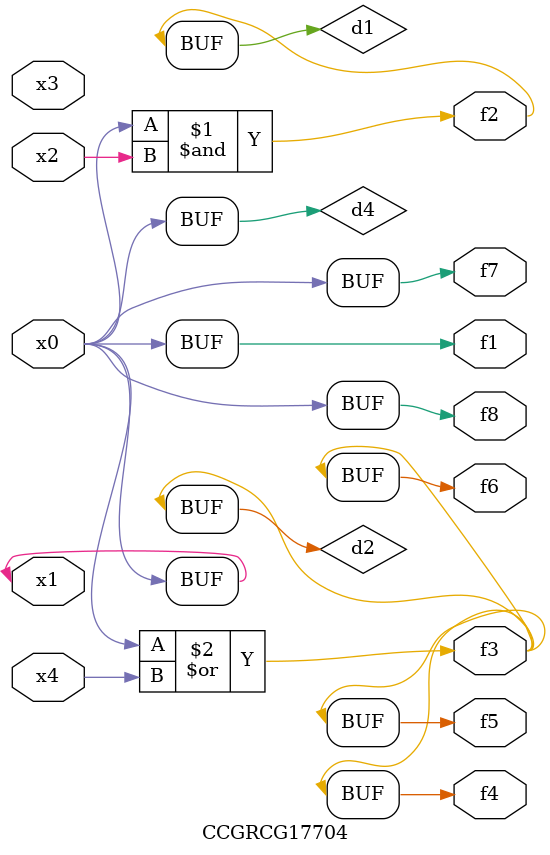
<source format=v>
module CCGRCG17704(
	input x0, x1, x2, x3, x4,
	output f1, f2, f3, f4, f5, f6, f7, f8
);

	wire d1, d2, d3, d4;

	and (d1, x0, x2);
	or (d2, x0, x4);
	nand (d3, x0, x2);
	buf (d4, x0, x1);
	assign f1 = d4;
	assign f2 = d1;
	assign f3 = d2;
	assign f4 = d2;
	assign f5 = d2;
	assign f6 = d2;
	assign f7 = d4;
	assign f8 = d4;
endmodule

</source>
